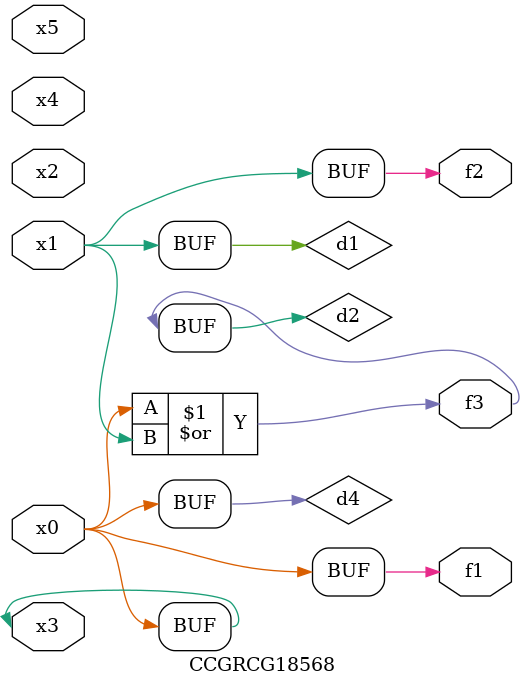
<source format=v>
module CCGRCG18568(
	input x0, x1, x2, x3, x4, x5,
	output f1, f2, f3
);

	wire d1, d2, d3, d4;

	and (d1, x1);
	or (d2, x0, x1);
	nand (d3, x0, x5);
	buf (d4, x0, x3);
	assign f1 = d4;
	assign f2 = d1;
	assign f3 = d2;
endmodule

</source>
